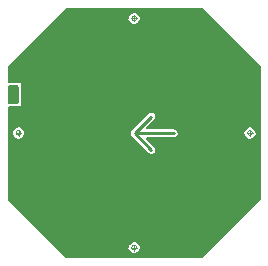
<source format=gbr>
%TF.GenerationSoftware,KiCad,Pcbnew,(6.0.6)*%
%TF.CreationDate,2022-09-07T15:36:20-05:00*%
%TF.ProjectId,etl_lgad_mockup_v1p2,65746c5f-6c67-4616-945f-6d6f636b7570,rev?*%
%TF.SameCoordinates,Original*%
%TF.FileFunction,Copper,L1,Top*%
%TF.FilePolarity,Positive*%
%FSLAX46Y46*%
G04 Gerber Fmt 4.6, Leading zero omitted, Abs format (unit mm)*
G04 Created by KiCad (PCBNEW (6.0.6)) date 2022-09-07 15:36:20*
%MOMM*%
%LPD*%
G01*
G04 APERTURE LIST*
%TA.AperFunction,EtchedComponent*%
%ADD10C,0.070000*%
%TD*%
%TA.AperFunction,Conductor*%
%ADD11C,0.250000*%
%TD*%
G04 APERTURE END LIST*
D10*
%TO.C,REF\u002A\u002A*%
X1000000Y-10450000D02*
X1000000Y-10950000D01*
X1250000Y-10700000D02*
X750000Y-10700000D01*
X1200000Y-10700000D02*
G75*
G03*
X1200000Y-10700000I-200000J0D01*
G01*
X11050000Y-1000000D02*
X10550000Y-1000000D01*
X10800000Y-750000D02*
X10800000Y-1250000D01*
X11000000Y-1000000D02*
G75*
G03*
X11000000Y-1000000I-200000J0D01*
G01*
X20850000Y-10700000D02*
X20350000Y-10700000D01*
X20600000Y-10450000D02*
X20600000Y-10950000D01*
X20800000Y-10700000D02*
G75*
G03*
X20800000Y-10700000I-200000J0D01*
G01*
X10800000Y-20150000D02*
X10800000Y-20650000D01*
X11050000Y-20400000D02*
X10550000Y-20400000D01*
X11000000Y-20400000D02*
G75*
G03*
X11000000Y-20400000I-200000J0D01*
G01*
%TD*%
D11*
%TO.N,*%
X10850000Y-10710000D02*
X12250000Y-9310000D01*
X10850000Y-10720000D02*
X10850000Y-10710000D01*
X14160000Y-10720000D02*
X10840000Y-10720000D01*
X10840000Y-10720000D02*
X10850000Y-10720000D01*
X10850000Y-10720000D02*
X12250000Y-12120000D01*
%TD*%
%TA.AperFunction,NonConductor*%
G36*
X942121Y-6670002D02*
G01*
X988614Y-6723658D01*
X1000000Y-6776000D01*
X1000000Y-8126184D01*
X979998Y-8194305D01*
X926342Y-8240798D01*
X873685Y-8252184D01*
X226185Y-8250565D01*
X158114Y-8230392D01*
X111756Y-8176621D01*
X100500Y-8124565D01*
X100500Y-6776000D01*
X120502Y-6707879D01*
X174158Y-6661386D01*
X226500Y-6650000D01*
X874000Y-6650000D01*
X942121Y-6670002D01*
G37*
%TD.AperFunction*%
%TA.AperFunction,NonConductor*%
G36*
X16574303Y-120502D02*
G01*
X16595277Y-137405D01*
X21462595Y-5004723D01*
X21496621Y-5067035D01*
X21499500Y-5093818D01*
X21499500Y-16306182D01*
X21479498Y-16374303D01*
X21462595Y-16395277D01*
X16595277Y-21262595D01*
X16532965Y-21296621D01*
X16506182Y-21299500D01*
X5093818Y-21299500D01*
X5025697Y-21279498D01*
X5004723Y-21262595D01*
X4167294Y-20425166D01*
X10310558Y-20425166D01*
X10341495Y-20520380D01*
X10350356Y-20530221D01*
X10397660Y-20582758D01*
X10419352Y-20616323D01*
X10426471Y-20632501D01*
X10506740Y-20727993D01*
X10601849Y-20791303D01*
X10620982Y-20809668D01*
X10621273Y-20809345D01*
X10631117Y-20818208D01*
X10638899Y-20828920D01*
X10650364Y-20835539D01*
X10650366Y-20835541D01*
X10714131Y-20872355D01*
X10725601Y-20878977D01*
X10769267Y-20883567D01*
X10811995Y-20888058D01*
X10811997Y-20888058D01*
X10825166Y-20889442D01*
X10877754Y-20872355D01*
X10907784Y-20862598D01*
X10907785Y-20862597D01*
X10920380Y-20858505D01*
X10930220Y-20849645D01*
X10930222Y-20849644D01*
X10986329Y-20799125D01*
X11004703Y-20785392D01*
X11081044Y-20738519D01*
X11096796Y-20721117D01*
X11158730Y-20652693D01*
X11158731Y-20652692D01*
X11164758Y-20646033D01*
X11179632Y-20615333D01*
X11209869Y-20579201D01*
X11209344Y-20578728D01*
X11218208Y-20568883D01*
X11228920Y-20561101D01*
X11235539Y-20549636D01*
X11235541Y-20549634D01*
X11272355Y-20485869D01*
X11272355Y-20485868D01*
X11278977Y-20474399D01*
X11289442Y-20374834D01*
X11258505Y-20279620D01*
X11249645Y-20269780D01*
X11249644Y-20269778D01*
X11201222Y-20216000D01*
X11180158Y-20183840D01*
X11174379Y-20171129D01*
X11174377Y-20171126D01*
X11170661Y-20162953D01*
X11089231Y-20068449D01*
X11000410Y-20010878D01*
X10978891Y-19990475D01*
X10978728Y-19990656D01*
X10968883Y-19981792D01*
X10961101Y-19971080D01*
X10949636Y-19964461D01*
X10949634Y-19964459D01*
X10885869Y-19927645D01*
X10885868Y-19927645D01*
X10874399Y-19921023D01*
X10830733Y-19916433D01*
X10788005Y-19911942D01*
X10788003Y-19911942D01*
X10774834Y-19910558D01*
X10727227Y-19926026D01*
X10692216Y-19937402D01*
X10692215Y-19937403D01*
X10679620Y-19941495D01*
X10615309Y-19999400D01*
X10598247Y-20012315D01*
X10514842Y-20064940D01*
X10432263Y-20158442D01*
X10428448Y-20166567D01*
X10428447Y-20166569D01*
X10420381Y-20183749D01*
X10389916Y-20220608D01*
X10390655Y-20221273D01*
X10381792Y-20231116D01*
X10371080Y-20238899D01*
X10364461Y-20250364D01*
X10364459Y-20250366D01*
X10327645Y-20314131D01*
X10321023Y-20325601D01*
X10310558Y-20425166D01*
X4167294Y-20425166D01*
X137405Y-16395277D01*
X103379Y-16332965D01*
X100500Y-16306182D01*
X100500Y-10725166D01*
X510558Y-10725166D01*
X541495Y-10820380D01*
X590585Y-10874900D01*
X597660Y-10882758D01*
X619352Y-10916323D01*
X626471Y-10932501D01*
X706740Y-11027993D01*
X801849Y-11091303D01*
X820982Y-11109668D01*
X821273Y-11109345D01*
X831117Y-11118208D01*
X838899Y-11128920D01*
X850364Y-11135539D01*
X850366Y-11135541D01*
X914131Y-11172355D01*
X925601Y-11178977D01*
X969267Y-11183567D01*
X1011995Y-11188058D01*
X1011997Y-11188058D01*
X1025166Y-11189442D01*
X1077754Y-11172355D01*
X1107784Y-11162598D01*
X1107785Y-11162597D01*
X1120380Y-11158505D01*
X1130220Y-11149645D01*
X1130222Y-11149644D01*
X1186329Y-11099125D01*
X1204703Y-11085392D01*
X1281044Y-11038519D01*
X1296796Y-11021117D01*
X1358730Y-10952693D01*
X1358731Y-10952692D01*
X1364758Y-10946033D01*
X1379632Y-10915333D01*
X1409869Y-10879201D01*
X1409344Y-10878728D01*
X1418208Y-10868883D01*
X1428920Y-10861101D01*
X1435539Y-10849636D01*
X1435541Y-10849634D01*
X1472355Y-10785869D01*
X1472355Y-10785868D01*
X1477248Y-10777394D01*
X10514500Y-10777394D01*
X10518271Y-10787754D01*
X10518271Y-10787755D01*
X10530146Y-10820380D01*
X10553760Y-10885260D01*
X10627545Y-10973194D01*
X10637092Y-10978706D01*
X10649435Y-10985832D01*
X10675531Y-11005857D01*
X12039972Y-12370298D01*
X12044481Y-12373455D01*
X12044483Y-12373457D01*
X12075831Y-12395407D01*
X12110316Y-12419554D01*
X12221193Y-12449264D01*
X12232178Y-12448303D01*
X12232180Y-12448303D01*
X12324563Y-12440220D01*
X12324564Y-12440220D01*
X12335545Y-12439259D01*
X12377803Y-12419554D01*
X12429587Y-12395407D01*
X12429588Y-12395406D01*
X12439580Y-12390747D01*
X12520747Y-12309580D01*
X12569259Y-12205546D01*
X12579264Y-12091193D01*
X12549554Y-11980316D01*
X12500298Y-11909972D01*
X11850921Y-11260595D01*
X11816895Y-11198283D01*
X11821960Y-11127468D01*
X11864507Y-11070632D01*
X11931027Y-11045821D01*
X11940016Y-11045500D01*
X14188475Y-11045500D01*
X14273045Y-11030588D01*
X14372455Y-10973194D01*
X14379542Y-10964749D01*
X14439153Y-10893707D01*
X14446240Y-10885261D01*
X14485500Y-10777394D01*
X14485500Y-10725166D01*
X20110558Y-10725166D01*
X20141495Y-10820380D01*
X20190585Y-10874900D01*
X20197660Y-10882758D01*
X20219352Y-10916323D01*
X20226471Y-10932501D01*
X20306740Y-11027993D01*
X20401849Y-11091303D01*
X20420982Y-11109668D01*
X20421273Y-11109345D01*
X20431117Y-11118208D01*
X20438899Y-11128920D01*
X20450364Y-11135539D01*
X20450366Y-11135541D01*
X20514131Y-11172355D01*
X20525601Y-11178977D01*
X20569267Y-11183567D01*
X20611995Y-11188058D01*
X20611997Y-11188058D01*
X20625166Y-11189442D01*
X20677754Y-11172355D01*
X20707784Y-11162598D01*
X20707785Y-11162597D01*
X20720380Y-11158505D01*
X20730220Y-11149645D01*
X20730222Y-11149644D01*
X20786329Y-11099125D01*
X20804703Y-11085392D01*
X20881044Y-11038519D01*
X20896796Y-11021117D01*
X20958730Y-10952693D01*
X20958731Y-10952692D01*
X20964758Y-10946033D01*
X20979632Y-10915333D01*
X21009869Y-10879201D01*
X21009344Y-10878728D01*
X21018208Y-10868883D01*
X21028920Y-10861101D01*
X21035539Y-10849636D01*
X21035541Y-10849634D01*
X21072355Y-10785869D01*
X21072355Y-10785868D01*
X21078977Y-10774399D01*
X21089442Y-10674834D01*
X21058505Y-10579620D01*
X21049645Y-10569780D01*
X21049644Y-10569778D01*
X21001222Y-10516000D01*
X20980158Y-10483840D01*
X20974379Y-10471129D01*
X20974377Y-10471126D01*
X20970661Y-10462953D01*
X20889231Y-10368449D01*
X20800410Y-10310878D01*
X20778891Y-10290475D01*
X20778728Y-10290656D01*
X20768883Y-10281792D01*
X20761101Y-10271080D01*
X20749636Y-10264461D01*
X20749634Y-10264459D01*
X20685869Y-10227645D01*
X20685868Y-10227645D01*
X20674399Y-10221023D01*
X20630733Y-10216433D01*
X20588005Y-10211942D01*
X20588003Y-10211942D01*
X20574834Y-10210558D01*
X20527227Y-10226027D01*
X20492216Y-10237402D01*
X20492215Y-10237403D01*
X20479620Y-10241495D01*
X20415309Y-10299400D01*
X20398247Y-10312315D01*
X20314842Y-10364940D01*
X20308899Y-10371669D01*
X20305737Y-10375249D01*
X20232263Y-10458442D01*
X20228448Y-10466567D01*
X20228447Y-10466569D01*
X20220381Y-10483749D01*
X20189916Y-10520608D01*
X20190655Y-10521273D01*
X20181792Y-10531116D01*
X20171080Y-10538899D01*
X20164461Y-10550364D01*
X20164459Y-10550366D01*
X20127645Y-10614131D01*
X20121023Y-10625601D01*
X20110558Y-10725166D01*
X14485500Y-10725166D01*
X14485500Y-10662606D01*
X14455296Y-10579620D01*
X14450011Y-10565100D01*
X14450010Y-10565099D01*
X14446240Y-10554740D01*
X14372455Y-10466806D01*
X14273045Y-10409412D01*
X14188475Y-10394500D01*
X11930016Y-10394500D01*
X11861895Y-10374498D01*
X11815402Y-10320842D01*
X11805298Y-10250568D01*
X11834792Y-10185988D01*
X11840921Y-10179405D01*
X12500298Y-9520028D01*
X12549554Y-9449684D01*
X12579264Y-9338807D01*
X12569259Y-9224455D01*
X12520747Y-9120420D01*
X12439580Y-9039253D01*
X12335546Y-8990741D01*
X12324565Y-8989780D01*
X12324564Y-8989780D01*
X12232181Y-8981697D01*
X12232179Y-8981697D01*
X12221193Y-8980736D01*
X12110316Y-9010446D01*
X12101288Y-9016767D01*
X12101287Y-9016768D01*
X12069176Y-9039253D01*
X12039972Y-9059702D01*
X10648991Y-10450683D01*
X10640889Y-10458108D01*
X10637092Y-10461294D01*
X10627545Y-10466806D01*
X10620458Y-10475252D01*
X10620282Y-10475400D01*
X10605396Y-10490286D01*
X10605250Y-10490460D01*
X10596806Y-10497545D01*
X10591295Y-10507090D01*
X10591149Y-10507264D01*
X10578816Y-10524878D01*
X10553760Y-10554739D01*
X10514500Y-10662606D01*
X10514500Y-10777394D01*
X1477248Y-10777394D01*
X1478977Y-10774399D01*
X1489442Y-10674834D01*
X1458505Y-10579620D01*
X1449645Y-10569780D01*
X1449644Y-10569778D01*
X1401222Y-10516000D01*
X1380158Y-10483840D01*
X1374379Y-10471129D01*
X1374377Y-10471126D01*
X1370661Y-10462953D01*
X1289231Y-10368449D01*
X1200410Y-10310878D01*
X1178891Y-10290475D01*
X1178728Y-10290656D01*
X1168883Y-10281792D01*
X1161101Y-10271080D01*
X1149636Y-10264461D01*
X1149634Y-10264459D01*
X1085869Y-10227645D01*
X1085868Y-10227645D01*
X1074399Y-10221023D01*
X1030733Y-10216433D01*
X988005Y-10211942D01*
X988003Y-10211942D01*
X974834Y-10210558D01*
X927227Y-10226026D01*
X892216Y-10237402D01*
X892215Y-10237403D01*
X879620Y-10241495D01*
X815309Y-10299400D01*
X798247Y-10312315D01*
X714842Y-10364940D01*
X708899Y-10371669D01*
X705737Y-10375249D01*
X632263Y-10458442D01*
X628448Y-10466567D01*
X628447Y-10466569D01*
X620381Y-10483749D01*
X589916Y-10520608D01*
X590655Y-10521273D01*
X581792Y-10531116D01*
X571080Y-10538899D01*
X564461Y-10550364D01*
X564459Y-10550366D01*
X527645Y-10614131D01*
X521023Y-10625601D01*
X510558Y-10725166D01*
X100500Y-10725166D01*
X100500Y-8575435D01*
X120502Y-8507314D01*
X174158Y-8460821D01*
X226185Y-8449435D01*
X580912Y-8448548D01*
X975945Y-8447561D01*
X1000000Y-8450039D01*
X1000000Y-8452919D01*
X1013957Y-8452739D01*
X1013958Y-8452739D01*
X1181883Y-8450570D01*
X1200000Y-8450336D01*
X1200000Y-6449665D01*
X1084661Y-6450457D01*
X1005482Y-6451001D01*
X1000000Y-6450431D01*
X1000000Y-6450000D01*
X226500Y-6450000D01*
X158379Y-6429998D01*
X111886Y-6376342D01*
X100500Y-6324000D01*
X100500Y-5093818D01*
X120502Y-5025697D01*
X137405Y-5004723D01*
X4116962Y-1025166D01*
X10310558Y-1025166D01*
X10341495Y-1120380D01*
X10350356Y-1130221D01*
X10397660Y-1182758D01*
X10419352Y-1216323D01*
X10426471Y-1232501D01*
X10506740Y-1327993D01*
X10601849Y-1391303D01*
X10620982Y-1409668D01*
X10621273Y-1409345D01*
X10631117Y-1418208D01*
X10638899Y-1428920D01*
X10650364Y-1435539D01*
X10650366Y-1435541D01*
X10714131Y-1472355D01*
X10725601Y-1478977D01*
X10769267Y-1483567D01*
X10811995Y-1488058D01*
X10811997Y-1488058D01*
X10825166Y-1489442D01*
X10877754Y-1472355D01*
X10907784Y-1462598D01*
X10907785Y-1462597D01*
X10920380Y-1458505D01*
X10930220Y-1449645D01*
X10930222Y-1449644D01*
X10986329Y-1399125D01*
X11004703Y-1385392D01*
X11081044Y-1338519D01*
X11096796Y-1321117D01*
X11158730Y-1252693D01*
X11158731Y-1252692D01*
X11164758Y-1246033D01*
X11179632Y-1215333D01*
X11209869Y-1179201D01*
X11209344Y-1178728D01*
X11218208Y-1168883D01*
X11228920Y-1161101D01*
X11235539Y-1149636D01*
X11235541Y-1149634D01*
X11272355Y-1085869D01*
X11272355Y-1085868D01*
X11278977Y-1074399D01*
X11289442Y-974834D01*
X11258505Y-879620D01*
X11249645Y-869780D01*
X11249644Y-869778D01*
X11201222Y-816000D01*
X11180158Y-783840D01*
X11174379Y-771129D01*
X11174377Y-771126D01*
X11170661Y-762953D01*
X11089231Y-668449D01*
X11000410Y-610878D01*
X10978891Y-590475D01*
X10978728Y-590656D01*
X10968883Y-581792D01*
X10961101Y-571080D01*
X10949636Y-564461D01*
X10949634Y-564459D01*
X10885869Y-527645D01*
X10885868Y-527645D01*
X10874399Y-521023D01*
X10830733Y-516433D01*
X10788005Y-511942D01*
X10788003Y-511942D01*
X10774834Y-510558D01*
X10727227Y-526026D01*
X10692216Y-537402D01*
X10692215Y-537403D01*
X10679620Y-541495D01*
X10615309Y-599400D01*
X10598247Y-612315D01*
X10514842Y-664940D01*
X10432263Y-758442D01*
X10428448Y-766567D01*
X10428447Y-766569D01*
X10420381Y-783749D01*
X10389916Y-820608D01*
X10390655Y-821273D01*
X10381792Y-831116D01*
X10371080Y-838899D01*
X10364461Y-850364D01*
X10364459Y-850366D01*
X10327645Y-914131D01*
X10321023Y-925601D01*
X10310558Y-1025166D01*
X4116962Y-1025166D01*
X5004723Y-137405D01*
X5067035Y-103379D01*
X5093818Y-100500D01*
X16506182Y-100500D01*
X16574303Y-120502D01*
G37*
%TD.AperFunction*%
M02*

</source>
